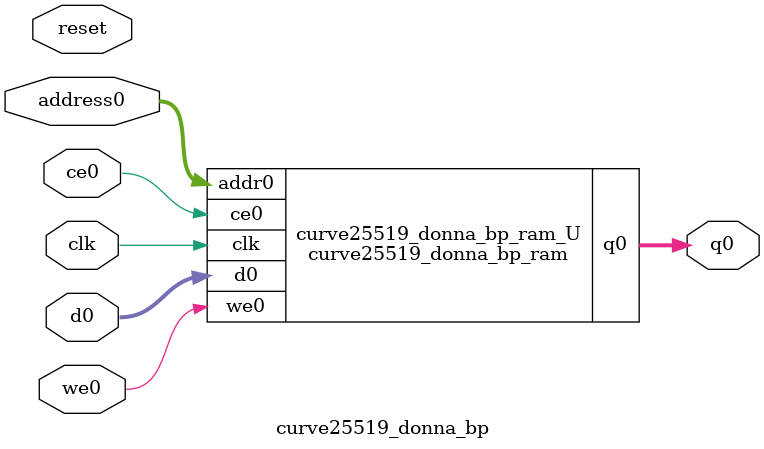
<source format=v>

`timescale 1 ns / 1 ps
module curve25519_donna_bp_ram (addr0, ce0, d0, we0, q0,  clk);

parameter DWIDTH = 26;
parameter AWIDTH = 4;
parameter MEM_SIZE = 10;

input[AWIDTH-1:0] addr0;
input ce0;
input[DWIDTH-1:0] d0;
input we0;
output reg[DWIDTH-1:0] q0;
input clk;

(* ram_style = "distributed" *)reg [DWIDTH-1:0] ram[0:MEM_SIZE-1];




always @(posedge clk)  
begin 
    if (ce0) 
    begin
        if (we0) 
        begin 
            ram[addr0] <= d0; 
            q0 <= d0;
        end 
        else 
            q0 <= ram[addr0];
    end
end


endmodule


`timescale 1 ns / 1 ps
module curve25519_donna_bp(
    reset,
    clk,
    address0,
    ce0,
    we0,
    d0,
    q0);

parameter DataWidth = 32'd26;
parameter AddressRange = 32'd10;
parameter AddressWidth = 32'd4;
input reset;
input clk;
input[AddressWidth - 1:0] address0;
input ce0;
input we0;
input[DataWidth - 1:0] d0;
output[DataWidth - 1:0] q0;



curve25519_donna_bp_ram curve25519_donna_bp_ram_U(
    .clk( clk ),
    .addr0( address0 ),
    .ce0( ce0 ),
    .d0( d0 ),
    .we0( we0 ),
    .q0( q0 ));

endmodule


</source>
